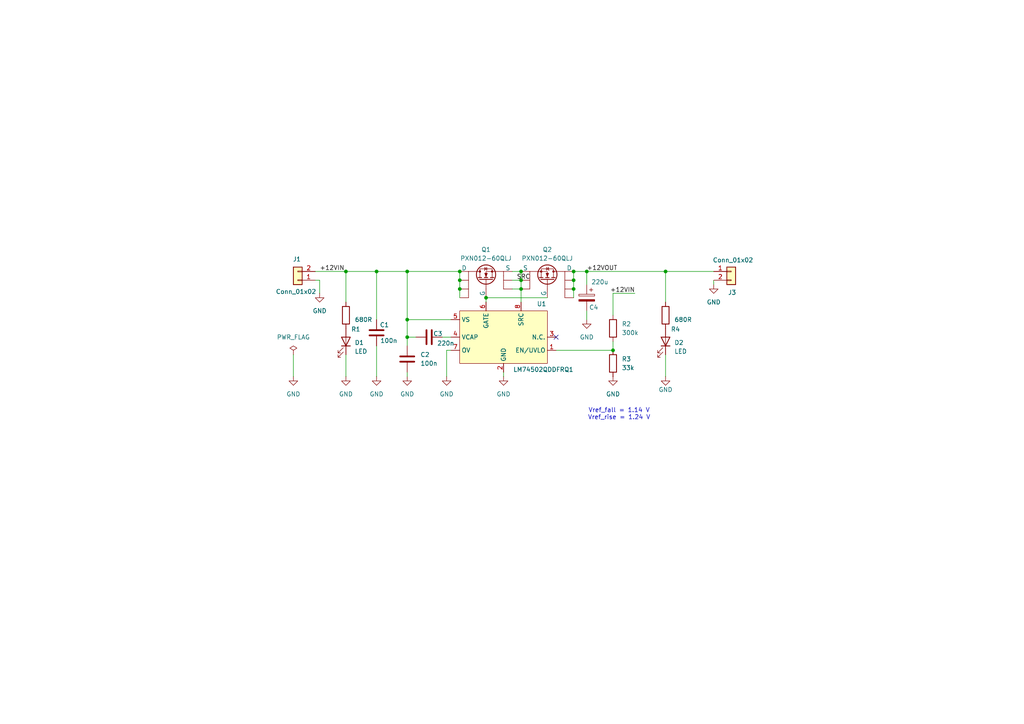
<source format=kicad_sch>
(kicad_sch
	(version 20250114)
	(generator "eeschema")
	(generator_version "9.0")
	(uuid "26f44905-2cdf-4c38-8bf2-976cbee5359a")
	(paper "A4")
	(lib_symbols
		(symbol "Connector_Generic:Conn_01x02"
			(pin_names
				(offset 1.016)
				(hide yes)
			)
			(exclude_from_sim no)
			(in_bom yes)
			(on_board yes)
			(property "Reference" "J"
				(at 0 2.54 0)
				(effects
					(font
						(size 1.27 1.27)
					)
				)
			)
			(property "Value" "Conn_01x02"
				(at 0 -5.08 0)
				(effects
					(font
						(size 1.27 1.27)
					)
				)
			)
			(property "Footprint" ""
				(at 0 0 0)
				(effects
					(font
						(size 1.27 1.27)
					)
					(hide yes)
				)
			)
			(property "Datasheet" "~"
				(at 0 0 0)
				(effects
					(font
						(size 1.27 1.27)
					)
					(hide yes)
				)
			)
			(property "Description" "Generic connector, single row, 01x02, script generated (kicad-library-utils/schlib/autogen/connector/)"
				(at 0 0 0)
				(effects
					(font
						(size 1.27 1.27)
					)
					(hide yes)
				)
			)
			(property "ki_keywords" "connector"
				(at 0 0 0)
				(effects
					(font
						(size 1.27 1.27)
					)
					(hide yes)
				)
			)
			(property "ki_fp_filters" "Connector*:*_1x??_*"
				(at 0 0 0)
				(effects
					(font
						(size 1.27 1.27)
					)
					(hide yes)
				)
			)
			(symbol "Conn_01x02_1_1"
				(rectangle
					(start -1.27 1.27)
					(end 1.27 -3.81)
					(stroke
						(width 0.254)
						(type default)
					)
					(fill
						(type background)
					)
				)
				(rectangle
					(start -1.27 0.127)
					(end 0 -0.127)
					(stroke
						(width 0.1524)
						(type default)
					)
					(fill
						(type none)
					)
				)
				(rectangle
					(start -1.27 -2.413)
					(end 0 -2.667)
					(stroke
						(width 0.1524)
						(type default)
					)
					(fill
						(type none)
					)
				)
				(pin passive line
					(at -5.08 0 0)
					(length 3.81)
					(name "Pin_1"
						(effects
							(font
								(size 1.27 1.27)
							)
						)
					)
					(number "1"
						(effects
							(font
								(size 1.27 1.27)
							)
						)
					)
				)
				(pin passive line
					(at -5.08 -2.54 0)
					(length 3.81)
					(name "Pin_2"
						(effects
							(font
								(size 1.27 1.27)
							)
						)
					)
					(number "2"
						(effects
							(font
								(size 1.27 1.27)
							)
						)
					)
				)
			)
			(embedded_fonts no)
		)
		(symbol "Device:C"
			(pin_numbers
				(hide yes)
			)
			(pin_names
				(offset 0.254)
			)
			(exclude_from_sim no)
			(in_bom yes)
			(on_board yes)
			(property "Reference" "C"
				(at 0.635 2.54 0)
				(effects
					(font
						(size 1.27 1.27)
					)
					(justify left)
				)
			)
			(property "Value" "C"
				(at 0.635 -2.54 0)
				(effects
					(font
						(size 1.27 1.27)
					)
					(justify left)
				)
			)
			(property "Footprint" ""
				(at 0.9652 -3.81 0)
				(effects
					(font
						(size 1.27 1.27)
					)
					(hide yes)
				)
			)
			(property "Datasheet" "~"
				(at 0 0 0)
				(effects
					(font
						(size 1.27 1.27)
					)
					(hide yes)
				)
			)
			(property "Description" "Unpolarized capacitor"
				(at 0 0 0)
				(effects
					(font
						(size 1.27 1.27)
					)
					(hide yes)
				)
			)
			(property "ki_keywords" "cap capacitor"
				(at 0 0 0)
				(effects
					(font
						(size 1.27 1.27)
					)
					(hide yes)
				)
			)
			(property "ki_fp_filters" "C_*"
				(at 0 0 0)
				(effects
					(font
						(size 1.27 1.27)
					)
					(hide yes)
				)
			)
			(symbol "C_0_1"
				(polyline
					(pts
						(xy -2.032 0.762) (xy 2.032 0.762)
					)
					(stroke
						(width 0.508)
						(type default)
					)
					(fill
						(type none)
					)
				)
				(polyline
					(pts
						(xy -2.032 -0.762) (xy 2.032 -0.762)
					)
					(stroke
						(width 0.508)
						(type default)
					)
					(fill
						(type none)
					)
				)
			)
			(symbol "C_1_1"
				(pin passive line
					(at 0 3.81 270)
					(length 2.794)
					(name "~"
						(effects
							(font
								(size 1.27 1.27)
							)
						)
					)
					(number "1"
						(effects
							(font
								(size 1.27 1.27)
							)
						)
					)
				)
				(pin passive line
					(at 0 -3.81 90)
					(length 2.794)
					(name "~"
						(effects
							(font
								(size 1.27 1.27)
							)
						)
					)
					(number "2"
						(effects
							(font
								(size 1.27 1.27)
							)
						)
					)
				)
			)
			(embedded_fonts no)
		)
		(symbol "Device:C_Polarized"
			(pin_numbers
				(hide yes)
			)
			(pin_names
				(offset 0.254)
			)
			(exclude_from_sim no)
			(in_bom yes)
			(on_board yes)
			(property "Reference" "C"
				(at 0.635 2.54 0)
				(effects
					(font
						(size 1.27 1.27)
					)
					(justify left)
				)
			)
			(property "Value" "C_Polarized"
				(at 0.635 -2.54 0)
				(effects
					(font
						(size 1.27 1.27)
					)
					(justify left)
				)
			)
			(property "Footprint" ""
				(at 0.9652 -3.81 0)
				(effects
					(font
						(size 1.27 1.27)
					)
					(hide yes)
				)
			)
			(property "Datasheet" "~"
				(at 0 0 0)
				(effects
					(font
						(size 1.27 1.27)
					)
					(hide yes)
				)
			)
			(property "Description" "Polarized capacitor"
				(at 0 0 0)
				(effects
					(font
						(size 1.27 1.27)
					)
					(hide yes)
				)
			)
			(property "ki_keywords" "cap capacitor"
				(at 0 0 0)
				(effects
					(font
						(size 1.27 1.27)
					)
					(hide yes)
				)
			)
			(property "ki_fp_filters" "CP_*"
				(at 0 0 0)
				(effects
					(font
						(size 1.27 1.27)
					)
					(hide yes)
				)
			)
			(symbol "C_Polarized_0_1"
				(rectangle
					(start -2.286 0.508)
					(end 2.286 1.016)
					(stroke
						(width 0)
						(type default)
					)
					(fill
						(type none)
					)
				)
				(polyline
					(pts
						(xy -1.778 2.286) (xy -0.762 2.286)
					)
					(stroke
						(width 0)
						(type default)
					)
					(fill
						(type none)
					)
				)
				(polyline
					(pts
						(xy -1.27 2.794) (xy -1.27 1.778)
					)
					(stroke
						(width 0)
						(type default)
					)
					(fill
						(type none)
					)
				)
				(rectangle
					(start 2.286 -0.508)
					(end -2.286 -1.016)
					(stroke
						(width 0)
						(type default)
					)
					(fill
						(type outline)
					)
				)
			)
			(symbol "C_Polarized_1_1"
				(pin passive line
					(at 0 3.81 270)
					(length 2.794)
					(name "~"
						(effects
							(font
								(size 1.27 1.27)
							)
						)
					)
					(number "1"
						(effects
							(font
								(size 1.27 1.27)
							)
						)
					)
				)
				(pin passive line
					(at 0 -3.81 90)
					(length 2.794)
					(name "~"
						(effects
							(font
								(size 1.27 1.27)
							)
						)
					)
					(number "2"
						(effects
							(font
								(size 1.27 1.27)
							)
						)
					)
				)
			)
			(embedded_fonts no)
		)
		(symbol "Device:LED"
			(pin_numbers
				(hide yes)
			)
			(pin_names
				(offset 1.016)
				(hide yes)
			)
			(exclude_from_sim no)
			(in_bom yes)
			(on_board yes)
			(property "Reference" "D"
				(at 0 2.54 0)
				(effects
					(font
						(size 1.27 1.27)
					)
				)
			)
			(property "Value" "LED"
				(at 0 -2.54 0)
				(effects
					(font
						(size 1.27 1.27)
					)
				)
			)
			(property "Footprint" ""
				(at 0 0 0)
				(effects
					(font
						(size 1.27 1.27)
					)
					(hide yes)
				)
			)
			(property "Datasheet" "~"
				(at 0 0 0)
				(effects
					(font
						(size 1.27 1.27)
					)
					(hide yes)
				)
			)
			(property "Description" "Light emitting diode"
				(at 0 0 0)
				(effects
					(font
						(size 1.27 1.27)
					)
					(hide yes)
				)
			)
			(property "Sim.Pins" "1=K 2=A"
				(at 0 0 0)
				(effects
					(font
						(size 1.27 1.27)
					)
					(hide yes)
				)
			)
			(property "ki_keywords" "LED diode"
				(at 0 0 0)
				(effects
					(font
						(size 1.27 1.27)
					)
					(hide yes)
				)
			)
			(property "ki_fp_filters" "LED* LED_SMD:* LED_THT:*"
				(at 0 0 0)
				(effects
					(font
						(size 1.27 1.27)
					)
					(hide yes)
				)
			)
			(symbol "LED_0_1"
				(polyline
					(pts
						(xy -3.048 -0.762) (xy -4.572 -2.286) (xy -3.81 -2.286) (xy -4.572 -2.286) (xy -4.572 -1.524)
					)
					(stroke
						(width 0)
						(type default)
					)
					(fill
						(type none)
					)
				)
				(polyline
					(pts
						(xy -1.778 -0.762) (xy -3.302 -2.286) (xy -2.54 -2.286) (xy -3.302 -2.286) (xy -3.302 -1.524)
					)
					(stroke
						(width 0)
						(type default)
					)
					(fill
						(type none)
					)
				)
				(polyline
					(pts
						(xy -1.27 0) (xy 1.27 0)
					)
					(stroke
						(width 0)
						(type default)
					)
					(fill
						(type none)
					)
				)
				(polyline
					(pts
						(xy -1.27 -1.27) (xy -1.27 1.27)
					)
					(stroke
						(width 0.254)
						(type default)
					)
					(fill
						(type none)
					)
				)
				(polyline
					(pts
						(xy 1.27 -1.27) (xy 1.27 1.27) (xy -1.27 0) (xy 1.27 -1.27)
					)
					(stroke
						(width 0.254)
						(type default)
					)
					(fill
						(type none)
					)
				)
			)
			(symbol "LED_1_1"
				(pin passive line
					(at -3.81 0 0)
					(length 2.54)
					(name "K"
						(effects
							(font
								(size 1.27 1.27)
							)
						)
					)
					(number "1"
						(effects
							(font
								(size 1.27 1.27)
							)
						)
					)
				)
				(pin passive line
					(at 3.81 0 180)
					(length 2.54)
					(name "A"
						(effects
							(font
								(size 1.27 1.27)
							)
						)
					)
					(number "2"
						(effects
							(font
								(size 1.27 1.27)
							)
						)
					)
				)
			)
			(embedded_fonts no)
		)
		(symbol "Device:R"
			(pin_numbers
				(hide yes)
			)
			(pin_names
				(offset 0)
			)
			(exclude_from_sim no)
			(in_bom yes)
			(on_board yes)
			(property "Reference" "R"
				(at 2.032 0 90)
				(effects
					(font
						(size 1.27 1.27)
					)
				)
			)
			(property "Value" "R"
				(at 0 0 90)
				(effects
					(font
						(size 1.27 1.27)
					)
				)
			)
			(property "Footprint" ""
				(at -1.778 0 90)
				(effects
					(font
						(size 1.27 1.27)
					)
					(hide yes)
				)
			)
			(property "Datasheet" "~"
				(at 0 0 0)
				(effects
					(font
						(size 1.27 1.27)
					)
					(hide yes)
				)
			)
			(property "Description" "Resistor"
				(at 0 0 0)
				(effects
					(font
						(size 1.27 1.27)
					)
					(hide yes)
				)
			)
			(property "ki_keywords" "R res resistor"
				(at 0 0 0)
				(effects
					(font
						(size 1.27 1.27)
					)
					(hide yes)
				)
			)
			(property "ki_fp_filters" "R_*"
				(at 0 0 0)
				(effects
					(font
						(size 1.27 1.27)
					)
					(hide yes)
				)
			)
			(symbol "R_0_1"
				(rectangle
					(start -1.016 -2.54)
					(end 1.016 2.54)
					(stroke
						(width 0.254)
						(type default)
					)
					(fill
						(type none)
					)
				)
			)
			(symbol "R_1_1"
				(pin passive line
					(at 0 3.81 270)
					(length 1.27)
					(name "~"
						(effects
							(font
								(size 1.27 1.27)
							)
						)
					)
					(number "1"
						(effects
							(font
								(size 1.27 1.27)
							)
						)
					)
				)
				(pin passive line
					(at 0 -3.81 90)
					(length 1.27)
					(name "~"
						(effects
							(font
								(size 1.27 1.27)
							)
						)
					)
					(number "2"
						(effects
							(font
								(size 1.27 1.27)
							)
						)
					)
				)
			)
			(embedded_fonts no)
		)
		(symbol "LM74502QDDFRQ1:LM74502QDDFRQ1"
			(exclude_from_sim no)
			(in_bom yes)
			(on_board yes)
			(property "Reference" "U?"
				(at 12.192 8.636 0)
				(effects
					(font
						(size 1.27 1.27)
					)
				)
			)
			(property "Value" "LM74502QDDFRQ1"
				(at 10.668 -9.652 0)
				(effects
					(font
						(size 1.27 1.27)
					)
				)
			)
			(property "Footprint" "Package_TO_SOT_SMD:SOT-23-8"
				(at 0 0 0)
				(effects
					(font
						(size 1.27 1.27)
					)
					(hide yes)
				)
			)
			(property "Datasheet" "https://www.ti.com/lit/ds/symlink/lm74502-q1.pdf?ts=1744874624528&ref_url=https%253A%252F%252Feu.mouser.com%252F"
				(at 0 0 0)
				(effects
					(font
						(size 1.27 1.27)
					)
					(hide yes)
				)
			)
			(property "Description" "595-LM74502QDDFRQ1"
				(at 0 0 0)
				(effects
					(font
						(size 1.27 1.27)
					)
					(hide yes)
				)
			)
			(symbol "LM74502QDDFRQ1_1_0"
				(pin passive line
					(at -15.24 5.08 0)
					(length 2.54)
					(name "VS"
						(effects
							(font
								(size 1.27 1.27)
							)
						)
					)
					(number "5"
						(effects
							(font
								(size 1.27 1.27)
							)
						)
					)
				)
				(pin passive line
					(at -15.24 0 0)
					(length 2.54)
					(name "VCAP"
						(effects
							(font
								(size 1.27 1.27)
							)
						)
					)
					(number "4"
						(effects
							(font
								(size 1.27 1.27)
							)
						)
					)
				)
				(pin passive line
					(at -15.24 -3.81 0)
					(length 2.54)
					(name "OV"
						(effects
							(font
								(size 1.27 1.27)
							)
						)
					)
					(number "7"
						(effects
							(font
								(size 1.27 1.27)
							)
						)
					)
				)
				(pin passive line
					(at 0 -10.16 90)
					(length 2.54)
					(name "GND"
						(effects
							(font
								(size 1.27 1.27)
							)
						)
					)
					(number "2"
						(effects
							(font
								(size 1.27 1.27)
							)
						)
					)
				)
				(pin passive line
					(at 5.08 10.16 270)
					(length 2.54)
					(name "SRC"
						(effects
							(font
								(size 1.27 1.27)
							)
						)
					)
					(number "8"
						(effects
							(font
								(size 1.27 1.27)
							)
						)
					)
				)
				(pin passive line
					(at 15.24 0 180)
					(length 2.54)
					(name "N.C."
						(effects
							(font
								(size 1.27 1.27)
							)
						)
					)
					(number "3"
						(effects
							(font
								(size 1.27 1.27)
							)
						)
					)
				)
				(pin passive line
					(at 15.24 -3.81 180)
					(length 2.54)
					(name "EN/UVLO"
						(effects
							(font
								(size 1.27 1.27)
							)
						)
					)
					(number "1"
						(effects
							(font
								(size 1.27 1.27)
							)
						)
					)
				)
			)
			(symbol "LM74502QDDFRQ1_1_1"
				(rectangle
					(start -12.7 7.62)
					(end 12.7 -7.62)
					(stroke
						(width 0)
						(type solid)
					)
					(fill
						(type background)
					)
				)
				(pin passive line
					(at -5.08 10.16 270)
					(length 2.54)
					(name "GATE"
						(effects
							(font
								(size 1.27 1.27)
							)
						)
					)
					(number "6"
						(effects
							(font
								(size 1.27 1.27)
							)
						)
					)
				)
			)
			(embedded_fonts no)
		)
		(symbol "NMOS_1"
			(pin_numbers
				(hide yes)
			)
			(pin_names
				(offset 0)
			)
			(exclude_from_sim no)
			(in_bom yes)
			(on_board yes)
			(property "Reference" "Q1"
				(at 6.35 0 90)
				(effects
					(font
						(face "KiCad Font")
						(size 1.27 1.27)
					)
				)
			)
			(property "Value" "PXN012-60QLJ"
				(at 3.81 0 90)
				(effects
					(font
						(face "KiCad Font")
						(size 1.27 1.27)
					)
				)
			)
			(property "Footprint" "PXN012-60QLJ:PXN01260QLJ"
				(at 5.08 2.54 0)
				(effects
					(font
						(size 1.27 1.27)
					)
					(hide yes)
				)
			)
			(property "Datasheet" "https://assets.nexperia.com/documents/data-sheet/PXN012-60QL.pdf"
				(at 0 -12.7 0)
				(effects
					(font
						(size 1.27 1.27)
					)
					(hide yes)
				)
			)
			(property "Description" "771-PXN012-60QLJ"
				(at 0 0 0)
				(effects
					(font
						(size 1.27 1.27)
					)
					(hide yes)
				)
			)
			(property "Sim.Device" "NMOS"
				(at 0 -17.145 0)
				(effects
					(font
						(size 1.27 1.27)
					)
					(hide yes)
				)
			)
			(property "Sim.Type" "VDMOS"
				(at 0 -19.05 0)
				(effects
					(font
						(size 1.27 1.27)
					)
					(hide yes)
				)
			)
			(property "Sim.Pins" "1=D 2=G 3=S"
				(at 0 -15.24 0)
				(effects
					(font
						(size 1.27 1.27)
					)
					(hide yes)
				)
			)
			(property "ki_keywords" "transistor NMOS N-MOS N-MOSFET simulation"
				(at 0 0 0)
				(effects
					(font
						(size 1.27 1.27)
					)
					(hide yes)
				)
			)
			(symbol "NMOS_1_0_1"
				(polyline
					(pts
						(xy -2.286 1.905) (xy -2.286 -1.905)
					)
					(stroke
						(width 0.254)
						(type default)
					)
					(fill
						(type none)
					)
				)
				(polyline
					(pts
						(xy -2.286 0) (xy -5.08 0)
					)
					(stroke
						(width 0)
						(type default)
					)
					(fill
						(type none)
					)
				)
				(polyline
					(pts
						(xy -1.778 2.286) (xy -1.778 1.27)
					)
					(stroke
						(width 0.254)
						(type default)
					)
					(fill
						(type none)
					)
				)
				(polyline
					(pts
						(xy -1.778 0.508) (xy -1.778 -0.508)
					)
					(stroke
						(width 0.254)
						(type default)
					)
					(fill
						(type none)
					)
				)
				(polyline
					(pts
						(xy -1.778 -1.27) (xy -1.778 -2.286)
					)
					(stroke
						(width 0.254)
						(type default)
					)
					(fill
						(type none)
					)
				)
				(polyline
					(pts
						(xy -1.778 -1.778) (xy 0.762 -1.778) (xy 0.762 1.778) (xy -1.778 1.778)
					)
					(stroke
						(width 0)
						(type default)
					)
					(fill
						(type none)
					)
				)
				(polyline
					(pts
						(xy -1.524 0) (xy -0.508 0.381) (xy -0.508 -0.381) (xy -1.524 0)
					)
					(stroke
						(width 0)
						(type default)
					)
					(fill
						(type outline)
					)
				)
				(polyline
					(pts
						(xy -1.27 -5.08) (xy -5.08 -5.08)
					)
					(stroke
						(width 0)
						(type default)
					)
					(fill
						(type none)
					)
				)
				(polyline
					(pts
						(xy -1.27 -5.08) (xy 0 -5.08)
					)
					(stroke
						(width 0)
						(type default)
					)
					(fill
						(type none)
					)
				)
				(circle
					(center -0.889 0)
					(radius 2.794)
					(stroke
						(width 0.254)
						(type default)
					)
					(fill
						(type none)
					)
				)
				(polyline
					(pts
						(xy 0 5.08) (xy -7.62 5.08)
					)
					(stroke
						(width 0)
						(type default)
					)
					(fill
						(type none)
					)
				)
				(polyline
					(pts
						(xy 0 2.54) (xy 0 5.08)
					)
					(stroke
						(width 0)
						(type default)
					)
					(fill
						(type none)
					)
				)
				(polyline
					(pts
						(xy 0 2.54) (xy 0 1.778)
					)
					(stroke
						(width 0)
						(type default)
					)
					(fill
						(type none)
					)
				)
				(circle
					(center 0 1.778)
					(radius 0.254)
					(stroke
						(width 0)
						(type default)
					)
					(fill
						(type outline)
					)
				)
				(circle
					(center 0 -1.778)
					(radius 0.254)
					(stroke
						(width 0)
						(type default)
					)
					(fill
						(type outline)
					)
				)
				(polyline
					(pts
						(xy 0 -2.54) (xy 0 -5.08)
					)
					(stroke
						(width 0)
						(type default)
					)
					(fill
						(type none)
					)
				)
				(polyline
					(pts
						(xy 0 -2.54) (xy 0 0) (xy -1.778 0)
					)
					(stroke
						(width 0)
						(type default)
					)
					(fill
						(type none)
					)
				)
				(polyline
					(pts
						(xy 0.254 0.508) (xy 0.381 0.381) (xy 1.143 0.381) (xy 1.27 0.254)
					)
					(stroke
						(width 0)
						(type default)
					)
					(fill
						(type none)
					)
				)
				(polyline
					(pts
						(xy 0.762 0.381) (xy 0.381 -0.254) (xy 1.143 -0.254) (xy 0.762 0.381)
					)
					(stroke
						(width 0)
						(type default)
					)
					(fill
						(type none)
					)
				)
			)
			(symbol "NMOS_1_1_1"
				(pin input line
					(at -7.62 7.62 270)
					(length 2.54)
					(name ""
						(effects
							(font
								(size 1.27 1.27)
							)
						)
					)
					(number "8"
						(effects
							(font
								(size 1.27 1.27)
							)
						)
					)
				)
				(pin input line
					(at -7.62 0 0)
					(length 2.54)
					(name "G"
						(effects
							(font
								(size 1.27 1.27)
							)
						)
					)
					(number "4"
						(effects
							(font
								(size 1.27 1.27)
							)
						)
					)
				)
				(pin input line
					(at -5.08 7.62 270)
					(length 2.54)
					(name ""
						(effects
							(font
								(size 1.27 1.27)
							)
						)
					)
					(number "7"
						(effects
							(font
								(size 1.27 1.27)
							)
						)
					)
				)
				(pin input line
					(at -5.08 -7.62 90)
					(length 2.54)
					(name ""
						(effects
							(font
								(size 1.27 1.27)
							)
						)
					)
					(number "1"
						(effects
							(font
								(size 1.27 1.27)
							)
						)
					)
				)
				(pin input line
					(at -2.54 7.62 270)
					(length 2.54)
					(name ""
						(effects
							(font
								(size 1.27 1.27)
							)
						)
					)
					(number "6"
						(effects
							(font
								(size 1.27 1.27)
							)
						)
					)
				)
				(pin input line
					(at -2.54 -7.62 90)
					(length 2.54)
					(name ""
						(effects
							(font
								(size 1.27 1.27)
							)
						)
					)
					(number "2"
						(effects
							(font
								(size 1.27 1.27)
							)
						)
					)
				)
				(pin input line
					(at 0 7.62 270)
					(length 2.54)
					(name "D"
						(effects
							(font
								(size 1.27 1.27)
							)
						)
					)
					(number "5"
						(effects
							(font
								(size 1.27 1.27)
							)
						)
					)
				)
				(pin input line
					(at 0 -7.62 90)
					(length 2.54)
					(name "S"
						(effects
							(font
								(size 1.27 1.27)
							)
						)
					)
					(number "3"
						(effects
							(font
								(size 1.27 1.27)
							)
						)
					)
				)
			)
			(embedded_fonts no)
		)
		(symbol "NMOS_2"
			(pin_numbers
				(hide yes)
			)
			(pin_names
				(offset 0)
			)
			(exclude_from_sim no)
			(in_bom yes)
			(on_board yes)
			(property "Reference" "Q1"
				(at 6.35 0 90)
				(effects
					(font
						(face "KiCad Font")
						(size 1.27 1.27)
					)
				)
			)
			(property "Value" "PXN012-60QLJ"
				(at 3.81 0 90)
				(effects
					(font
						(face "KiCad Font")
						(size 1.27 1.27)
					)
				)
			)
			(property "Footprint" "PXN012-60QLJ:PXN01260QLJ"
				(at 5.08 2.54 0)
				(effects
					(font
						(size 1.27 1.27)
					)
					(hide yes)
				)
			)
			(property "Datasheet" "https://assets.nexperia.com/documents/data-sheet/PXN012-60QL.pdf"
				(at 0 -12.7 0)
				(effects
					(font
						(size 1.27 1.27)
					)
					(hide yes)
				)
			)
			(property "Description" "771-PXN012-60QLJ"
				(at 0 0 0)
				(effects
					(font
						(size 1.27 1.27)
					)
					(hide yes)
				)
			)
			(property "Sim.Device" "NMOS"
				(at 0 -17.145 0)
				(effects
					(font
						(size 1.27 1.27)
					)
					(hide yes)
				)
			)
			(property "Sim.Type" "VDMOS"
				(at 0 -19.05 0)
				(effects
					(font
						(size 1.27 1.27)
					)
					(hide yes)
				)
			)
			(property "Sim.Pins" "1=D 2=G 3=S"
				(at 0 -15.24 0)
				(effects
					(font
						(size 1.27 1.27)
					)
					(hide yes)
				)
			)
			(property "ki_keywords" "transistor NMOS N-MOS N-MOSFET simulation"
				(at 0 0 0)
				(effects
					(font
						(size 1.27 1.27)
					)
					(hide yes)
				)
			)
			(symbol "NMOS_2_0_1"
				(polyline
					(pts
						(xy -2.286 1.905) (xy -2.286 -1.905)
					)
					(stroke
						(width 0.254)
						(type default)
					)
					(fill
						(type none)
					)
				)
				(polyline
					(pts
						(xy -2.286 0) (xy -5.08 0)
					)
					(stroke
						(width 0)
						(type default)
					)
					(fill
						(type none)
					)
				)
				(polyline
					(pts
						(xy -1.778 2.286) (xy -1.778 1.27)
					)
					(stroke
						(width 0.254)
						(type default)
					)
					(fill
						(type none)
					)
				)
				(polyline
					(pts
						(xy -1.778 0.508) (xy -1.778 -0.508)
					)
					(stroke
						(width 0.254)
						(type default)
					)
					(fill
						(type none)
					)
				)
				(polyline
					(pts
						(xy -1.778 -1.27) (xy -1.778 -2.286)
					)
					(stroke
						(width 0.254)
						(type default)
					)
					(fill
						(type none)
					)
				)
				(polyline
					(pts
						(xy -1.778 -1.778) (xy 0.762 -1.778) (xy 0.762 1.778) (xy -1.778 1.778)
					)
					(stroke
						(width 0)
						(type default)
					)
					(fill
						(type none)
					)
				)
				(polyline
					(pts
						(xy -1.524 0) (xy -0.508 0.381) (xy -0.508 -0.381) (xy -1.524 0)
					)
					(stroke
						(width 0)
						(type default)
					)
					(fill
						(type outline)
					)
				)
				(polyline
					(pts
						(xy -1.27 -5.08) (xy -5.08 -5.08)
					)
					(stroke
						(width 0)
						(type default)
					)
					(fill
						(type none)
					)
				)
				(polyline
					(pts
						(xy -1.27 -5.08) (xy 0 -5.08)
					)
					(stroke
						(width 0)
						(type default)
					)
					(fill
						(type none)
					)
				)
				(circle
					(center -0.889 0)
					(radius 2.794)
					(stroke
						(width 0.254)
						(type default)
					)
					(fill
						(type none)
					)
				)
				(polyline
					(pts
						(xy 0 5.08) (xy -7.62 5.08)
					)
					(stroke
						(width 0)
						(type default)
					)
					(fill
						(type none)
					)
				)
				(polyline
					(pts
						(xy 0 2.54) (xy 0 5.08)
					)
					(stroke
						(width 0)
						(type default)
					)
					(fill
						(type none)
					)
				)
				(polyline
					(pts
						(xy 0 2.54) (xy 0 1.778)
					)
					(stroke
						(width 0)
						(type default)
					)
					(fill
						(type none)
					)
				)
				(circle
					(center 0 1.778)
					(radius 0.254)
					(stroke
						(width 0)
						(type default)
					)
					(fill
						(type outline)
					)
				)
				(circle
					(center 0 -1.778)
					(radius 0.254)
					(stroke
						(width 0)
						(type default)
					)
					(fill
						(type outline)
					)
				)
				(polyline
					(pts
						(xy 0 -2.54) (xy 0 -5.08)
					)
					(stroke
						(width 0)
						(type default)
					)
					(fill
						(type none)
					)
				)
				(polyline
					(pts
						(xy 0 -2.54) (xy 0 0) (xy -1.778 0)
					)
					(stroke
						(width 0)
						(type default)
					)
					(fill
						(type none)
					)
				)
				(polyline
					(pts
						(xy 0.254 0.508) (xy 0.381 0.381) (xy 1.143 0.381) (xy 1.27 0.254)
					)
					(stroke
						(width 0)
						(type default)
					)
					(fill
						(type none)
					)
				)
				(polyline
					(pts
						(xy 0.762 0.381) (xy 0.381 -0.254) (xy 1.143 -0.254) (xy 0.762 0.381)
					)
					(stroke
						(width 0)
						(type default)
					)
					(fill
						(type none)
					)
				)
			)
			(symbol "NMOS_2_1_1"
				(pin passive line
					(at -7.62 7.62 270)
					(length 2.54)
					(name ""
						(effects
							(font
								(size 1.27 1.27)
							)
						)
					)
					(number "8"
						(effects
							(font
								(size 1.27 1.27)
							)
						)
					)
				)
				(pin input line
					(at -7.62 0 0)
					(length 2.54)
					(name "G"
						(effects
							(font
								(size 1.27 1.27)
							)
						)
					)
					(number "4"
						(effects
							(font
								(size 1.27 1.27)
							)
						)
					)
				)
				(pin passive line
					(at -5.08 7.62 270)
					(length 2.54)
					(name ""
						(effects
							(font
								(size 1.27 1.27)
							)
						)
					)
					(number "7"
						(effects
							(font
								(size 1.27 1.27)
							)
						)
					)
				)
				(pin passive line
					(at -5.08 -7.62 90)
					(length 2.54)
					(name ""
						(effects
							(font
								(size 1.27 1.27)
							)
						)
					)
					(number "1"
						(effects
							(font
								(size 1.27 1.27)
							)
						)
					)
				)
				(pin passive line
					(at -2.54 7.62 270)
					(length 2.54)
					(name ""
						(effects
							(font
								(size 1.27 1.27)
							)
						)
					)
					(number "6"
						(effects
							(font
								(size 1.27 1.27)
							)
						)
					)
				)
				(pin passive line
					(at -2.54 -7.62 90)
					(length 2.54)
					(name ""
						(effects
							(font
								(size 1.27 1.27)
							)
						)
					)
					(number "2"
						(effects
							(font
								(size 1.27 1.27)
							)
						)
					)
				)
				(pin passive line
					(at 0 7.62 270)
					(length 2.54)
					(name "D"
						(effects
							(font
								(size 1.27 1.27)
							)
						)
					)
					(number "5"
						(effects
							(font
								(size 1.27 1.27)
							)
						)
					)
				)
				(pin passive line
					(at 0 -7.62 90)
					(length 2.54)
					(name "S"
						(effects
							(font
								(size 1.27 1.27)
							)
						)
					)
					(number "3"
						(effects
							(font
								(size 1.27 1.27)
							)
						)
					)
				)
			)
			(embedded_fonts no)
		)
		(symbol "power:GND"
			(power)
			(pin_numbers
				(hide yes)
			)
			(pin_names
				(offset 0)
				(hide yes)
			)
			(exclude_from_sim no)
			(in_bom yes)
			(on_board yes)
			(property "Reference" "#PWR"
				(at 0 -6.35 0)
				(effects
					(font
						(size 1.27 1.27)
					)
					(hide yes)
				)
			)
			(property "Value" "GND"
				(at 0 -3.81 0)
				(effects
					(font
						(size 1.27 1.27)
					)
				)
			)
			(property "Footprint" ""
				(at 0 0 0)
				(effects
					(font
						(size 1.27 1.27)
					)
					(hide yes)
				)
			)
			(property "Datasheet" ""
				(at 0 0 0)
				(effects
					(font
						(size 1.27 1.27)
					)
					(hide yes)
				)
			)
			(property "Description" "Power symbol creates a global label with name \"GND\" , ground"
				(at 0 0 0)
				(effects
					(font
						(size 1.27 1.27)
					)
					(hide yes)
				)
			)
			(property "ki_keywords" "global power"
				(at 0 0 0)
				(effects
					(font
						(size 1.27 1.27)
					)
					(hide yes)
				)
			)
			(symbol "GND_0_1"
				(polyline
					(pts
						(xy 0 0) (xy 0 -1.27) (xy 1.27 -1.27) (xy 0 -2.54) (xy -1.27 -1.27) (xy 0 -1.27)
					)
					(stroke
						(width 0)
						(type default)
					)
					(fill
						(type none)
					)
				)
			)
			(symbol "GND_1_1"
				(pin power_in line
					(at 0 0 270)
					(length 0)
					(name "~"
						(effects
							(font
								(size 1.27 1.27)
							)
						)
					)
					(number "1"
						(effects
							(font
								(size 1.27 1.27)
							)
						)
					)
				)
			)
			(embedded_fonts no)
		)
		(symbol "power:PWR_FLAG"
			(power)
			(pin_numbers
				(hide yes)
			)
			(pin_names
				(offset 0)
				(hide yes)
			)
			(exclude_from_sim no)
			(in_bom yes)
			(on_board yes)
			(property "Reference" "#FLG"
				(at 0 1.905 0)
				(effects
					(font
						(size 1.27 1.27)
					)
					(hide yes)
				)
			)
			(property "Value" "PWR_FLAG"
				(at 0 3.81 0)
				(effects
					(font
						(size 1.27 1.27)
					)
				)
			)
			(property "Footprint" ""
				(at 0 0 0)
				(effects
					(font
						(size 1.27 1.27)
					)
					(hide yes)
				)
			)
			(property "Datasheet" "~"
				(at 0 0 0)
				(effects
					(font
						(size 1.27 1.27)
					)
					(hide yes)
				)
			)
			(property "Description" "Special symbol for telling ERC where power comes from"
				(at 0 0 0)
				(effects
					(font
						(size 1.27 1.27)
					)
					(hide yes)
				)
			)
			(property "ki_keywords" "flag power"
				(at 0 0 0)
				(effects
					(font
						(size 1.27 1.27)
					)
					(hide yes)
				)
			)
			(symbol "PWR_FLAG_0_0"
				(pin power_out line
					(at 0 0 90)
					(length 0)
					(name "~"
						(effects
							(font
								(size 1.27 1.27)
							)
						)
					)
					(number "1"
						(effects
							(font
								(size 1.27 1.27)
							)
						)
					)
				)
			)
			(symbol "PWR_FLAG_0_1"
				(polyline
					(pts
						(xy 0 0) (xy 0 1.27) (xy -1.016 1.905) (xy 0 2.54) (xy 1.016 1.905) (xy 0 1.27)
					)
					(stroke
						(width 0)
						(type default)
					)
					(fill
						(type none)
					)
				)
			)
			(embedded_fonts no)
		)
	)
	(text "Vref_fall = 1.14 V\nVref_rise = 1.24 V"
		(exclude_from_sim no)
		(at 179.578 120.142 0)
		(effects
			(font
				(size 1.27 1.27)
			)
		)
		(uuid "39fa217e-3c00-44bd-96f2-e3ffed3b600b")
	)
	(junction
		(at 166.37 78.74)
		(diameter 0)
		(color 0 0 0 0)
		(uuid "063ebf1e-aded-4c4a-90f0-b1e7d442164b")
	)
	(junction
		(at 118.11 92.71)
		(diameter 0)
		(color 0 0 0 0)
		(uuid "0674d93e-f4ac-4cdc-ba60-7a8e79180ea1")
	)
	(junction
		(at 151.13 83.82)
		(diameter 0)
		(color 0 0 0 0)
		(uuid "181943f7-8e7d-4de6-bd54-896fbf590486")
	)
	(junction
		(at 170.18 78.74)
		(diameter 0)
		(color 0 0 0 0)
		(uuid "1a3d504a-2e0f-4a59-adf0-e33a9e9c0f31")
	)
	(junction
		(at 109.22 78.74)
		(diameter 0)
		(color 0 0 0 0)
		(uuid "26efa72f-8ad2-45b0-8fb4-c38854f0a484")
	)
	(junction
		(at 166.37 83.82)
		(diameter 0)
		(color 0 0 0 0)
		(uuid "44a2424f-1e70-4de9-84f4-d38953c0f424")
	)
	(junction
		(at 133.35 83.82)
		(diameter 0)
		(color 0 0 0 0)
		(uuid "54f3cc6e-2351-4324-b597-0e25b56aea0e")
	)
	(junction
		(at 133.35 78.74)
		(diameter 0)
		(color 0 0 0 0)
		(uuid "59944309-9219-47f4-a941-e942f608930e")
	)
	(junction
		(at 140.97 86.36)
		(diameter 0)
		(color 0 0 0 0)
		(uuid "793c8ce3-0a44-4743-a9f6-a570a3212ebd")
	)
	(junction
		(at 118.11 97.79)
		(diameter 0)
		(color 0 0 0 0)
		(uuid "82b4fac5-6083-436f-b30c-f203d72b3e3f")
	)
	(junction
		(at 100.33 78.74)
		(diameter 0)
		(color 0 0 0 0)
		(uuid "84e825cf-eea9-4bf3-b517-1d8ea0c22b89")
	)
	(junction
		(at 151.13 78.74)
		(diameter 0)
		(color 0 0 0 0)
		(uuid "891b26e3-e573-4301-bdab-31635202136a")
	)
	(junction
		(at 151.13 81.28)
		(diameter 0)
		(color 0 0 0 0)
		(uuid "a7ef13e1-ac2b-4abf-b17a-f016643cdd19")
	)
	(junction
		(at 193.04 78.74)
		(diameter 0)
		(color 0 0 0 0)
		(uuid "b862ebdf-f928-4637-953e-ce2e48ab8612")
	)
	(junction
		(at 177.8 101.6)
		(diameter 0)
		(color 0 0 0 0)
		(uuid "bfa98c06-b11f-4d77-b3d2-b3ce35b96d5a")
	)
	(junction
		(at 133.35 81.28)
		(diameter 0)
		(color 0 0 0 0)
		(uuid "c2f47785-8d2e-4da2-a71b-65042a1fc549")
	)
	(junction
		(at 118.11 78.74)
		(diameter 0)
		(color 0 0 0 0)
		(uuid "ccd08160-0792-4096-9157-f0e945e9315f")
	)
	(junction
		(at 166.37 81.28)
		(diameter 0)
		(color 0 0 0 0)
		(uuid "dcd70b9b-cfd4-49fc-b5c6-3f5526049284")
	)
	(no_connect
		(at 161.29 97.79)
		(uuid "ed3aea9a-b380-404f-a8d0-458f9212a6a7")
	)
	(wire
		(pts
			(xy 118.11 97.79) (xy 118.11 100.33)
		)
		(stroke
			(width 0)
			(type default)
		)
		(uuid "01be5f6b-bb0e-4f24-b838-64606f2a7205")
	)
	(wire
		(pts
			(xy 184.15 85.09) (xy 177.8 85.09)
		)
		(stroke
			(width 0)
			(type default)
		)
		(uuid "02801374-d833-4b7c-ae27-4bb29412d68f")
	)
	(wire
		(pts
			(xy 170.18 92.71) (xy 170.18 90.17)
		)
		(stroke
			(width 0)
			(type default)
		)
		(uuid "060f5e95-38f5-450f-836f-dc53d0c4136e")
	)
	(wire
		(pts
			(xy 128.27 97.79) (xy 130.81 97.79)
		)
		(stroke
			(width 0)
			(type default)
		)
		(uuid "0699b9b8-fb86-417e-b51f-a6b63cc9e94e")
	)
	(wire
		(pts
			(xy 207.01 81.28) (xy 207.01 82.55)
		)
		(stroke
			(width 0)
			(type default)
		)
		(uuid "096fa73e-58e6-4828-9b95-485f5c9f4e5e")
	)
	(wire
		(pts
			(xy 133.35 83.82) (xy 133.35 86.36)
		)
		(stroke
			(width 0)
			(type default)
		)
		(uuid "0be1d843-7b91-4794-8005-1ed47d95e863")
	)
	(wire
		(pts
			(xy 161.29 101.6) (xy 177.8 101.6)
		)
		(stroke
			(width 0)
			(type default)
		)
		(uuid "1828922c-4e20-43de-8b8e-ce9e54cec822")
	)
	(wire
		(pts
			(xy 170.18 78.74) (xy 170.18 82.55)
		)
		(stroke
			(width 0)
			(type default)
		)
		(uuid "1e90da07-5d5a-4d30-a094-4bfabac934d0")
	)
	(wire
		(pts
			(xy 109.22 78.74) (xy 118.11 78.74)
		)
		(stroke
			(width 0)
			(type default)
		)
		(uuid "22d4cdd1-c1b9-4156-95a5-4aa2dd1fabbb")
	)
	(wire
		(pts
			(xy 129.54 101.6) (xy 130.81 101.6)
		)
		(stroke
			(width 0)
			(type default)
		)
		(uuid "254b9036-3263-480b-bef8-0ad8e1362b2a")
	)
	(wire
		(pts
			(xy 100.33 87.63) (xy 100.33 78.74)
		)
		(stroke
			(width 0)
			(type default)
		)
		(uuid "29855ac5-1fc6-4c6e-8508-034592868fc9")
	)
	(wire
		(pts
			(xy 109.22 92.71) (xy 109.22 78.74)
		)
		(stroke
			(width 0)
			(type default)
		)
		(uuid "2c79b556-18fe-4ad9-92c2-79985601cedb")
	)
	(wire
		(pts
			(xy 118.11 78.74) (xy 118.11 92.71)
		)
		(stroke
			(width 0)
			(type default)
		)
		(uuid "3399165e-8ff7-4002-ae84-eff2d4131ba1")
	)
	(wire
		(pts
			(xy 92.71 81.28) (xy 92.71 85.09)
		)
		(stroke
			(width 0)
			(type default)
		)
		(uuid "36e7f603-01ef-4f6d-8009-038aa09d9d3f")
	)
	(wire
		(pts
			(xy 151.13 81.28) (xy 151.13 78.74)
		)
		(stroke
			(width 0)
			(type default)
		)
		(uuid "4cd6d1e9-18b8-4f7b-9d1a-389ad54d2981")
	)
	(wire
		(pts
			(xy 146.05 107.95) (xy 146.05 109.22)
		)
		(stroke
			(width 0)
			(type default)
		)
		(uuid "4f660be6-fdcf-45e1-87ed-cee09915e4e2")
	)
	(wire
		(pts
			(xy 170.18 78.74) (xy 193.04 78.74)
		)
		(stroke
			(width 0)
			(type default)
		)
		(uuid "57d581de-d6f3-4112-9999-6235e8b50b39")
	)
	(wire
		(pts
			(xy 151.13 87.63) (xy 151.13 83.82)
		)
		(stroke
			(width 0)
			(type default)
		)
		(uuid "597e6598-57f9-450d-aa68-461b897485a5")
	)
	(wire
		(pts
			(xy 129.54 109.22) (xy 129.54 101.6)
		)
		(stroke
			(width 0)
			(type default)
		)
		(uuid "5cb0ef79-de86-4f31-84d6-8e637a3c1318")
	)
	(wire
		(pts
			(xy 118.11 109.22) (xy 118.11 107.95)
		)
		(stroke
			(width 0)
			(type default)
		)
		(uuid "62824b97-acdc-4e00-9854-41babfb023ef")
	)
	(wire
		(pts
			(xy 193.04 78.74) (xy 193.04 87.63)
		)
		(stroke
			(width 0)
			(type default)
		)
		(uuid "634ddb23-bf7b-410f-9eed-77d0dbf86fe2")
	)
	(wire
		(pts
			(xy 193.04 78.74) (xy 207.01 78.74)
		)
		(stroke
			(width 0)
			(type default)
		)
		(uuid "681a83ac-a80d-4f37-b5d7-de61f2648860")
	)
	(wire
		(pts
			(xy 133.35 78.74) (xy 133.35 81.28)
		)
		(stroke
			(width 0)
			(type default)
		)
		(uuid "6b8e7094-d081-4d1a-987e-6a92e6e74b11")
	)
	(wire
		(pts
			(xy 140.97 86.36) (xy 140.97 87.63)
		)
		(stroke
			(width 0)
			(type default)
		)
		(uuid "6c448d29-c014-4ed6-b0a6-1fea42da9d9a")
	)
	(wire
		(pts
			(xy 120.65 97.79) (xy 118.11 97.79)
		)
		(stroke
			(width 0)
			(type default)
		)
		(uuid "706c6dbf-d958-4379-b163-e7267c4df935")
	)
	(wire
		(pts
			(xy 166.37 83.82) (xy 166.37 86.36)
		)
		(stroke
			(width 0)
			(type default)
		)
		(uuid "72164ee4-fada-41fe-ba9b-95ec58954ebe")
	)
	(wire
		(pts
			(xy 118.11 92.71) (xy 118.11 97.79)
		)
		(stroke
			(width 0)
			(type default)
		)
		(uuid "72f1914d-f122-469e-8f83-5673a3952150")
	)
	(wire
		(pts
			(xy 109.22 100.33) (xy 109.22 109.22)
		)
		(stroke
			(width 0)
			(type default)
		)
		(uuid "90ff2e66-a27c-41e8-8e4e-dec46201d22d")
	)
	(wire
		(pts
			(xy 148.59 78.74) (xy 151.13 78.74)
		)
		(stroke
			(width 0)
			(type default)
		)
		(uuid "94cfaf7b-ddec-4378-86f4-ab06d130ffa2")
	)
	(wire
		(pts
			(xy 91.44 78.74) (xy 100.33 78.74)
		)
		(stroke
			(width 0)
			(type default)
		)
		(uuid "9b3264c9-533d-4897-aa76-8de082041ed4")
	)
	(wire
		(pts
			(xy 166.37 78.74) (xy 166.37 81.28)
		)
		(stroke
			(width 0)
			(type default)
		)
		(uuid "9e5f6e06-52ff-4a65-9584-acc12206a068")
	)
	(wire
		(pts
			(xy 118.11 92.71) (xy 130.81 92.71)
		)
		(stroke
			(width 0)
			(type default)
		)
		(uuid "a151543f-2dac-412a-a2ab-6a7d7ca915cf")
	)
	(wire
		(pts
			(xy 193.04 102.87) (xy 193.04 109.22)
		)
		(stroke
			(width 0)
			(type default)
		)
		(uuid "a921722b-a1ed-4567-87a3-658d76192062")
	)
	(wire
		(pts
			(xy 166.37 81.28) (xy 166.37 83.82)
		)
		(stroke
			(width 0)
			(type default)
		)
		(uuid "b1d84a36-dfb1-4460-8363-e204c70b0db6")
	)
	(wire
		(pts
			(xy 133.35 81.28) (xy 133.35 83.82)
		)
		(stroke
			(width 0)
			(type default)
		)
		(uuid "b6151303-7803-4ea1-a9ad-d01914253276")
	)
	(wire
		(pts
			(xy 118.11 78.74) (xy 133.35 78.74)
		)
		(stroke
			(width 0)
			(type default)
		)
		(uuid "b6cb49e6-a928-478c-9d2d-028f5dfe3c72")
	)
	(wire
		(pts
			(xy 85.09 102.87) (xy 85.09 109.22)
		)
		(stroke
			(width 0)
			(type default)
		)
		(uuid "baad8a60-a20b-4c10-b330-8b589b4b2dc9")
	)
	(wire
		(pts
			(xy 151.13 83.82) (xy 151.13 81.28)
		)
		(stroke
			(width 0)
			(type default)
		)
		(uuid "c0d447bf-48c1-4791-bf10-fb43bb0f31ec")
	)
	(wire
		(pts
			(xy 177.8 99.06) (xy 177.8 101.6)
		)
		(stroke
			(width 0)
			(type default)
		)
		(uuid "c499c73e-a5bd-42f8-b796-ca677268c8b5")
	)
	(wire
		(pts
			(xy 148.59 83.82) (xy 151.13 83.82)
		)
		(stroke
			(width 0)
			(type default)
		)
		(uuid "c523a3b9-dc4a-4bdf-9dbd-ac732ce9e625")
	)
	(wire
		(pts
			(xy 148.59 81.28) (xy 151.13 81.28)
		)
		(stroke
			(width 0)
			(type default)
		)
		(uuid "c72e998a-9efb-43ff-adda-fae62b94aa1b")
	)
	(wire
		(pts
			(xy 100.33 102.87) (xy 100.33 109.22)
		)
		(stroke
			(width 0)
			(type default)
		)
		(uuid "cb0f7113-582f-43dc-be73-3df429011bfd")
	)
	(wire
		(pts
			(xy 91.44 81.28) (xy 92.71 81.28)
		)
		(stroke
			(width 0)
			(type default)
		)
		(uuid "cf9e9ed7-f671-4546-96d9-d3458c6c7f64")
	)
	(wire
		(pts
			(xy 177.8 85.09) (xy 177.8 91.44)
		)
		(stroke
			(width 0)
			(type default)
		)
		(uuid "df08bdd7-5220-42d0-8224-cf9f7741e45f")
	)
	(wire
		(pts
			(xy 166.37 78.74) (xy 170.18 78.74)
		)
		(stroke
			(width 0)
			(type default)
		)
		(uuid "e93d1499-919a-465e-8513-094288dc5f15")
	)
	(wire
		(pts
			(xy 100.33 78.74) (xy 109.22 78.74)
		)
		(stroke
			(width 0)
			(type default)
		)
		(uuid "f2503b49-05ee-43ae-9d44-b59346472200")
	)
	(wire
		(pts
			(xy 140.97 86.36) (xy 158.75 86.36)
		)
		(stroke
			(width 0)
			(type default)
		)
		(uuid "f95e870a-d6cb-4815-aa0d-f5dd93db2f26")
	)
	(label "SRC"
		(at 149.86 81.28 0)
		(effects
			(font
				(size 1.27 1.27)
			)
			(justify left bottom)
		)
		(uuid "25571e06-e458-429a-9cb4-3dfcd33e41fe")
	)
	(label "+12VIN"
		(at 92.71 78.74 0)
		(effects
			(font
				(size 1.27 1.27)
			)
			(justify left bottom)
		)
		(uuid "3c278623-c06e-4ab4-beba-f712701de6f2")
	)
	(label "+12VOUT"
		(at 170.18 78.74 0)
		(effects
			(font
				(size 1.27 1.27)
			)
			(justify left bottom)
		)
		(uuid "568ea64e-b54a-487d-8a97-d01c8b5baec1")
	)
	(label "+12VIN"
		(at 184.15 85.09 180)
		(effects
			(font
				(size 1.27 1.27)
			)
			(justify right bottom)
		)
		(uuid "5e5bd912-d4f3-4615-92d3-0e2e3b5b907a")
	)
	(symbol
		(lib_id "Device:C")
		(at 118.11 104.14 0)
		(unit 1)
		(exclude_from_sim no)
		(in_bom yes)
		(on_board yes)
		(dnp no)
		(fields_autoplaced yes)
		(uuid "06675ac5-83cf-4963-a07f-762de8444134")
		(property "Reference" "C2"
			(at 121.92 102.8699 0)
			(effects
				(font
					(size 1.27 1.27)
				)
				(justify left)
			)
		)
		(property "Value" "100n"
			(at 121.92 105.4099 0)
			(effects
				(font
					(size 1.27 1.27)
				)
				(justify left)
			)
		)
		(property "Footprint" "Capacitor_SMD:C_0805_2012Metric"
			(at 119.0752 107.95 0)
			(effects
				(font
					(size 1.27 1.27)
				)
				(hide yes)
			)
		)
		(property "Datasheet" "~"
			(at 118.11 104.14 0)
			(effects
				(font
					(size 1.27 1.27)
				)
				(hide yes)
			)
		)
		(property "Description" "Unpolarized capacitor"
			(at 118.11 104.14 0)
			(effects
				(font
					(size 1.27 1.27)
				)
				(hide yes)
			)
		)
		(pin "1"
			(uuid "8f4c552d-6982-4603-97ca-f4280451d0cc")
		)
		(pin "2"
			(uuid "afc997c1-0d0d-454b-ba40-e6795bbd0728")
		)
		(instances
			(project ""
				(path "/26f44905-2cdf-4c38-8bf2-976cbee5359a"
					(reference "C2")
					(unit 1)
				)
			)
		)
	)
	(symbol
		(lib_id "Device:LED")
		(at 193.04 99.06 270)
		(mirror x)
		(unit 1)
		(exclude_from_sim no)
		(in_bom yes)
		(on_board yes)
		(dnp no)
		(uuid "0b96b010-eaac-497a-9b37-b3e747cef562")
		(property "Reference" "D2"
			(at 195.58 99.3774 90)
			(effects
				(font
					(face "KiCad Font")
					(size 1.27 1.27)
				)
				(justify left)
			)
		)
		(property "Value" "LED"
			(at 195.58 101.9174 90)
			(effects
				(font
					(face "KiCad Font")
					(size 1.27 1.27)
				)
				(justify left)
			)
		)
		(property "Footprint" "LED_SMD:LED_0805_2012Metric"
			(at 193.04 99.06 0)
			(effects
				(font
					(size 1.27 1.27)
				)
				(hide yes)
			)
		)
		(property "Datasheet" "~"
			(at 193.04 99.06 0)
			(effects
				(font
					(size 1.27 1.27)
				)
				(hide yes)
			)
		)
		(property "Description" "Light emitting diode"
			(at 193.04 99.06 0)
			(effects
				(font
					(size 1.27 1.27)
				)
				(hide yes)
			)
		)
		(property "Sim.Pins" "1=K 2=A"
			(at 193.04 99.06 0)
			(effects
				(font
					(size 1.27 1.27)
				)
				(hide yes)
			)
		)
		(pin "1"
			(uuid "572a0c93-0786-4def-828e-53a5d05cb10f")
		)
		(pin "2"
			(uuid "585f3f38-8c58-4f09-a8bc-4ae783c73052")
		)
		(instances
			(project ""
				(path "/26f44905-2cdf-4c38-8bf2-976cbee5359a"
					(reference "D2")
					(unit 1)
				)
			)
		)
	)
	(symbol
		(lib_id "Device:C")
		(at 124.46 97.79 90)
		(unit 1)
		(exclude_from_sim no)
		(in_bom yes)
		(on_board yes)
		(dnp no)
		(uuid "0dd69242-5bf3-416c-9ad1-ee190f17e66d")
		(property "Reference" "C3"
			(at 127 96.774 90)
			(effects
				(font
					(face "KiCad Font")
					(size 1.27 1.27)
				)
			)
		)
		(property "Value" "220n"
			(at 129.286 99.568 90)
			(effects
				(font
					(face "KiCad Font")
					(size 1.27 1.27)
				)
			)
		)
		(property "Footprint" "Capacitor_SMD:C_0805_2012Metric"
			(at 128.27 96.8248 0)
			(effects
				(font
					(size 1.27 1.27)
				)
				(hide yes)
			)
		)
		(property "Datasheet" "~"
			(at 124.46 97.79 0)
			(effects
				(font
					(size 1.27 1.27)
				)
				(hide yes)
			)
		)
		(property "Description" "Unpolarized capacitor"
			(at 124.46 97.79 0)
			(effects
				(font
					(size 1.27 1.27)
				)
				(hide yes)
			)
		)
		(pin "1"
			(uuid "1116653a-b6e0-4bcf-9649-96382fceb7de")
		)
		(pin "2"
			(uuid "06dc6498-9729-4fd5-9f0c-2e63def367ff")
		)
		(instances
			(project ""
				(path "/26f44905-2cdf-4c38-8bf2-976cbee5359a"
					(reference "C3")
					(unit 1)
				)
			)
		)
	)
	(symbol
		(lib_name "NMOS_2")
		(lib_id "Simulation_SPICE:NMOS")
		(at 140.97 78.74 90)
		(unit 1)
		(exclude_from_sim no)
		(in_bom yes)
		(on_board yes)
		(dnp no)
		(fields_autoplaced yes)
		(uuid "2b6da5d2-0e41-4873-bc0e-dd4b71c76fc8")
		(property "Reference" "Q1"
			(at 140.97 72.39 90)
			(effects
				(font
					(face "KiCad Font")
					(size 1.27 1.27)
				)
			)
		)
		(property "Value" "PXN012-60QLJ"
			(at 140.97 74.93 90)
			(effects
				(font
					(face "KiCad Font")
					(size 1.27 1.27)
				)
			)
		)
		(property "Footprint" "PXN012-60QLJ:PXN01260QLJ"
			(at 138.43 73.66 0)
			(effects
				(font
					(size 1.27 1.27)
				)
				(hide yes)
			)
		)
		(property "Datasheet" "https://assets.nexperia.com/documents/data-sheet/PXN012-60QL.pdf"
			(at 153.67 78.74 0)
			(effects
				(font
					(size 1.27 1.27)
				)
				(hide yes)
			)
		)
		(property "Description" "771-PXN012-60QLJ"
			(at 140.97 78.74 0)
			(effects
				(font
					(size 1.27 1.27)
				)
				(hide yes)
			)
		)
		(property "Sim.Device" "NMOS"
			(at 158.115 78.74 0)
			(effects
				(font
					(size 1.27 1.27)
				)
				(hide yes)
			)
		)
		(property "Sim.Type" "VDMOS"
			(at 160.02 78.74 0)
			(effects
				(font
					(size 1.27 1.27)
				)
				(hide yes)
			)
		)
		(property "Sim.Pins" "1=D 2=G 3=S"
			(at 156.21 78.74 0)
			(effects
				(font
					(size 1.27 1.27)
				)
				(hide yes)
			)
		)
		(pin "1"
			(uuid "96442d1c-29a2-4843-b398-b7c3aa52b048")
		)
		(pin "2"
			(uuid "7459edc9-fa4d-4df9-ac7b-c8546993ac31")
		)
		(pin "3"
			(uuid "70a2520d-3643-43d3-badf-7dc7ad4fd329")
		)
		(pin "7"
			(uuid "712bb55f-3d9e-458c-a0cc-337ae00cb70c")
		)
		(pin "4"
			(uuid "94b25a53-9ea3-41f8-852b-2c32f8cd7fcc")
		)
		(pin "8"
			(uuid "897a1925-f466-43a4-b776-a7b449359ed3")
		)
		(pin "6"
			(uuid "2ba8c6f7-3197-47f9-876f-0ccc95eab68a")
		)
		(pin "5"
			(uuid "37f4453e-bee3-4f68-a05e-58c10d5fab07")
		)
		(instances
			(project ""
				(path "/26f44905-2cdf-4c38-8bf2-976cbee5359a"
					(reference "Q1")
					(unit 1)
				)
			)
		)
	)
	(symbol
		(lib_id "power:GND")
		(at 92.71 85.09 0)
		(unit 1)
		(exclude_from_sim no)
		(in_bom yes)
		(on_board yes)
		(dnp no)
		(fields_autoplaced yes)
		(uuid "33c197df-8274-4ae0-895e-baf987a2cfe5")
		(property "Reference" "#PWR02"
			(at 92.71 91.44 0)
			(effects
				(font
					(size 1.27 1.27)
				)
				(hide yes)
			)
		)
		(property "Value" "GND"
			(at 92.71 90.17 0)
			(effects
				(font
					(face "KiCad Font")
					(size 1.27 1.27)
				)
			)
		)
		(property "Footprint" ""
			(at 92.71 85.09 0)
			(effects
				(font
					(size 1.27 1.27)
				)
				(hide yes)
			)
		)
		(property "Datasheet" ""
			(at 92.71 85.09 0)
			(effects
				(font
					(size 1.27 1.27)
				)
				(hide yes)
			)
		)
		(property "Description" "Power symbol creates a global label with name \"GND\" , ground"
			(at 92.71 85.09 0)
			(effects
				(font
					(size 1.27 1.27)
				)
				(hide yes)
			)
		)
		(pin "1"
			(uuid "d0364596-b44d-46ff-be0b-765d9227040e")
		)
		(instances
			(project ""
				(path "/26f44905-2cdf-4c38-8bf2-976cbee5359a"
					(reference "#PWR02")
					(unit 1)
				)
			)
		)
	)
	(symbol
		(lib_name "NMOS_1")
		(lib_id "Simulation_SPICE:NMOS")
		(at 158.75 78.74 270)
		(mirror x)
		(unit 1)
		(exclude_from_sim no)
		(in_bom yes)
		(on_board yes)
		(dnp no)
		(uuid "3a4d164f-2dc5-4f14-b25a-aca239edf8fc")
		(property "Reference" "Q2"
			(at 158.75 72.39 90)
			(effects
				(font
					(face "KiCad Font")
					(size 1.27 1.27)
				)
			)
		)
		(property "Value" "PXN012-60QLJ"
			(at 158.75 74.93 90)
			(effects
				(font
					(face "KiCad Font")
					(size 1.27 1.27)
				)
			)
		)
		(property "Footprint" "PXN012-60QLJ:PXN01260QLJ"
			(at 161.29 73.66 0)
			(effects
				(font
					(size 1.27 1.27)
				)
				(hide yes)
			)
		)
		(property "Datasheet" "https://assets.nexperia.com/documents/data-sheet/PXN012-60QL.pdf"
			(at 146.05 78.74 0)
			(effects
				(font
					(size 1.27 1.27)
				)
				(hide yes)
			)
		)
		(property "Description" "771-PXN012-60QLJ"
			(at 158.75 78.74 0)
			(effects
				(font
					(size 1.27 1.27)
				)
				(hide yes)
			)
		)
		(property "Sim.Device" "NMOS"
			(at 141.605 78.74 0)
			(effects
				(font
					(size 1.27 1.27)
				)
				(hide yes)
			)
		)
		(property "Sim.Type" "VDMOS"
			(at 139.7 78.74 0)
			(effects
				(font
					(size 1.27 1.27)
				)
				(hide yes)
			)
		)
		(property "Sim.Pins" "1=D 2=G 3=S"
			(at 143.51 78.74 0)
			(effects
				(font
					(size 1.27 1.27)
				)
				(hide yes)
			)
		)
		(pin "1"
			(uuid "9ec420f4-2c3c-48f5-8263-8c191833f9ca")
		)
		(pin "2"
			(uuid "dafea9ac-7e51-4b62-8855-0ef0768c61ec")
		)
		(pin "3"
			(uuid "5622c5fc-5191-43eb-8843-f927573e8e69")
		)
		(pin "7"
			(uuid "69073e94-85de-4e8f-8428-8b37a62e16e0")
		)
		(pin "4"
			(uuid "f92a7768-4257-4ee8-a5eb-65dbbeabaa30")
		)
		(pin "8"
			(uuid "c777f5a5-87c3-44f6-8b62-31d3c3f4ae01")
		)
		(pin "6"
			(uuid "78d498ad-287c-4f65-a66c-34ad3901aee6")
		)
		(pin "5"
			(uuid "46284c64-55bf-4948-a40a-53b65ebce0b3")
		)
		(instances
			(project "LM4502"
				(path "/26f44905-2cdf-4c38-8bf2-976cbee5359a"
					(reference "Q2")
					(unit 1)
				)
			)
		)
	)
	(symbol
		(lib_id "power:GND")
		(at 109.22 109.22 0)
		(unit 1)
		(exclude_from_sim no)
		(in_bom yes)
		(on_board yes)
		(dnp no)
		(fields_autoplaced yes)
		(uuid "3dcaa498-195c-4a52-8448-049aba63df25")
		(property "Reference" "#PWR04"
			(at 109.22 115.57 0)
			(effects
				(font
					(size 1.27 1.27)
				)
				(hide yes)
			)
		)
		(property "Value" "GND"
			(at 109.22 114.3 0)
			(effects
				(font
					(face "KiCad Font")
					(size 1.27 1.27)
				)
			)
		)
		(property "Footprint" ""
			(at 109.22 109.22 0)
			(effects
				(font
					(size 1.27 1.27)
				)
				(hide yes)
			)
		)
		(property "Datasheet" ""
			(at 109.22 109.22 0)
			(effects
				(font
					(size 1.27 1.27)
				)
				(hide yes)
			)
		)
		(property "Description" "Power symbol creates a global label with name \"GND\" , ground"
			(at 109.22 109.22 0)
			(effects
				(font
					(size 1.27 1.27)
				)
				(hide yes)
			)
		)
		(pin "1"
			(uuid "e1c704bb-fa5b-42d7-9da4-9e0f30305ae6")
		)
		(instances
			(project "LM4502"
				(path "/26f44905-2cdf-4c38-8bf2-976cbee5359a"
					(reference "#PWR04")
					(unit 1)
				)
			)
		)
	)
	(symbol
		(lib_id "power:GND")
		(at 193.04 109.22 0)
		(mirror y)
		(unit 1)
		(exclude_from_sim no)
		(in_bom yes)
		(on_board yes)
		(dnp no)
		(uuid "4d058f23-96fc-48a2-a420-bf6c65607282")
		(property "Reference" "#PWR010"
			(at 193.04 115.57 0)
			(effects
				(font
					(size 1.27 1.27)
				)
				(hide yes)
			)
		)
		(property "Value" "GND"
			(at 193.04 113.03 0)
			(effects
				(font
					(face "KiCad Font")
					(size 1.27 1.27)
				)
			)
		)
		(property "Footprint" ""
			(at 193.04 109.22 0)
			(effects
				(font
					(size 1.27 1.27)
				)
				(hide yes)
			)
		)
		(property "Datasheet" ""
			(at 193.04 109.22 0)
			(effects
				(font
					(size 1.27 1.27)
				)
				(hide yes)
			)
		)
		(property "Description" "Power symbol creates a global label with name \"GND\" , ground"
			(at 193.04 109.22 0)
			(effects
				(font
					(size 1.27 1.27)
				)
				(hide yes)
			)
		)
		(pin "1"
			(uuid "e197f9b6-595f-4d73-a8ff-1f63d46cae7d")
		)
		(instances
			(project ""
				(path "/26f44905-2cdf-4c38-8bf2-976cbee5359a"
					(reference "#PWR010")
					(unit 1)
				)
			)
		)
	)
	(symbol
		(lib_id "power:PWR_FLAG")
		(at 85.09 102.87 0)
		(unit 1)
		(exclude_from_sim no)
		(in_bom yes)
		(on_board yes)
		(dnp no)
		(fields_autoplaced yes)
		(uuid "50360173-6579-4894-818a-2b7ce8a0e67c")
		(property "Reference" "#FLG01"
			(at 85.09 100.965 0)
			(effects
				(font
					(size 1.27 1.27)
				)
				(hide yes)
			)
		)
		(property "Value" "PWR_FLAG"
			(at 85.09 97.79 0)
			(effects
				(font
					(size 1.27 1.27)
				)
			)
		)
		(property "Footprint" ""
			(at 85.09 102.87 0)
			(effects
				(font
					(size 1.27 1.27)
				)
				(hide yes)
			)
		)
		(property "Datasheet" "~"
			(at 85.09 102.87 0)
			(effects
				(font
					(size 1.27 1.27)
				)
				(hide yes)
			)
		)
		(property "Description" "Special symbol for telling ERC where power comes from"
			(at 85.09 102.87 0)
			(effects
				(font
					(size 1.27 1.27)
				)
				(hide yes)
			)
		)
		(pin "1"
			(uuid "2ceb00e8-acf0-430c-87da-be465a55aa41")
		)
		(instances
			(project ""
				(path "/26f44905-2cdf-4c38-8bf2-976cbee5359a"
					(reference "#FLG01")
					(unit 1)
				)
			)
		)
	)
	(symbol
		(lib_id "Device:C_Polarized")
		(at 170.18 86.36 0)
		(mirror y)
		(unit 1)
		(exclude_from_sim no)
		(in_bom yes)
		(on_board yes)
		(dnp no)
		(uuid "5ee097be-293e-4119-81b5-b3d8237661fd")
		(property "Reference" "C4"
			(at 172.212 89.154 0)
			(effects
				(font
					(face "KiCad Font")
					(size 1.27 1.27)
				)
			)
		)
		(property "Value" "220u"
			(at 173.99 81.788 0)
			(effects
				(font
					(face "KiCad Font")
					(size 1.27 1.27)
				)
			)
		)
		(property "Footprint" "Capacitor_THT:CP_Radial_D6.3mm_P2.50mm"
			(at 169.2148 90.17 0)
			(effects
				(font
					(size 1.27 1.27)
				)
				(hide yes)
			)
		)
		(property "Datasheet" "https://www.we-online.com/components/products/datasheet/860020373010.pdf"
			(at 170.18 86.36 0)
			(effects
				(font
					(size 1.27 1.27)
				)
				(hide yes)
			)
		)
		(property "Description" "710-860020373010"
			(at 170.18 86.36 0)
			(effects
				(font
					(size 1.27 1.27)
				)
				(hide yes)
			)
		)
		(pin "1"
			(uuid "24edbb4f-56b9-4504-957e-6f5b13f3cd45")
		)
		(pin "2"
			(uuid "2dbc4ba6-8713-4901-929f-4505441fd02d")
		)
		(instances
			(project ""
				(path "/26f44905-2cdf-4c38-8bf2-976cbee5359a"
					(reference "C4")
					(unit 1)
				)
			)
		)
	)
	(symbol
		(lib_id "power:GND")
		(at 146.05 109.22 0)
		(mirror y)
		(unit 1)
		(exclude_from_sim no)
		(in_bom yes)
		(on_board yes)
		(dnp no)
		(fields_autoplaced yes)
		(uuid "6e9675cc-4b28-44f5-bdb2-da0fce9d6f73")
		(property "Reference" "#PWR07"
			(at 146.05 115.57 0)
			(effects
				(font
					(size 1.27 1.27)
				)
				(hide yes)
			)
		)
		(property "Value" "GND"
			(at 146.05 114.3 0)
			(effects
				(font
					(face "KiCad Font")
					(size 1.27 1.27)
				)
			)
		)
		(property "Footprint" ""
			(at 146.05 109.22 0)
			(effects
				(font
					(size 1.27 1.27)
				)
				(hide yes)
			)
		)
		(property "Datasheet" ""
			(at 146.05 109.22 0)
			(effects
				(font
					(size 1.27 1.27)
				)
				(hide yes)
			)
		)
		(property "Description" "Power symbol creates a global label with name \"GND\" , ground"
			(at 146.05 109.22 0)
			(effects
				(font
					(size 1.27 1.27)
				)
				(hide yes)
			)
		)
		(pin "1"
			(uuid "d5f9a770-0581-4112-9540-530547cbb793")
		)
		(instances
			(project ""
				(path "/26f44905-2cdf-4c38-8bf2-976cbee5359a"
					(reference "#PWR07")
					(unit 1)
				)
			)
		)
	)
	(symbol
		(lib_id "Device:C")
		(at 109.22 96.52 180)
		(unit 1)
		(exclude_from_sim no)
		(in_bom yes)
		(on_board yes)
		(dnp no)
		(uuid "6f73f440-3d9e-4c5b-b577-3768acd3a784")
		(property "Reference" "C1"
			(at 111.506 94.234 0)
			(effects
				(font
					(face "KiCad Font")
					(size 1.27 1.27)
				)
			)
		)
		(property "Value" "100n"
			(at 112.776 98.806 0)
			(effects
				(font
					(face "KiCad Font")
					(size 1.27 1.27)
				)
			)
		)
		(property "Footprint" "Capacitor_SMD:C_0805_2012Metric"
			(at 108.2548 92.71 0)
			(effects
				(font
					(size 1.27 1.27)
				)
				(hide yes)
			)
		)
		(property "Datasheet" "~"
			(at 109.22 96.52 0)
			(effects
				(font
					(size 1.27 1.27)
				)
				(hide yes)
			)
		)
		(property "Description" "Unpolarized capacitor"
			(at 109.22 96.52 0)
			(effects
				(font
					(size 1.27 1.27)
				)
				(hide yes)
			)
		)
		(pin "1"
			(uuid "b19f084f-3902-4fd4-b80c-5e54a059d474")
		)
		(pin "2"
			(uuid "b725f49a-9826-4c0a-b7a6-8ca9d89b1b34")
		)
		(instances
			(project "LM4502"
				(path "/26f44905-2cdf-4c38-8bf2-976cbee5359a"
					(reference "C1")
					(unit 1)
				)
			)
		)
	)
	(symbol
		(lib_id "Device:R")
		(at 177.8 95.25 0)
		(unit 1)
		(exclude_from_sim no)
		(in_bom yes)
		(on_board yes)
		(dnp no)
		(fields_autoplaced yes)
		(uuid "80810c42-2dab-4d99-a9e7-8240641c1984")
		(property "Reference" "R2"
			(at 180.34 93.9799 0)
			(effects
				(font
					(face "KiCad Font")
					(size 1.27 1.27)
				)
				(justify left)
			)
		)
		(property "Value" "300k"
			(at 180.34 96.5199 0)
			(effects
				(font
					(face "KiCad Font")
					(size 1.27 1.27)
				)
				(justify left)
			)
		)
		(property "Footprint" "Resistor_SMD:R_0805_2012Metric"
			(at 176.022 95.25 90)
			(effects
				(font
					(size 1.27 1.27)
				)
				(hide yes)
			)
		)
		(property "Datasheet" "~"
			(at 177.8 95.25 0)
			(effects
				(font
					(size 1.27 1.27)
				)
				(hide yes)
			)
		)
		(property "Description" "Resistor"
			(at 177.8 95.25 0)
			(effects
				(font
					(size 1.27 1.27)
				)
				(hide yes)
			)
		)
		(pin "1"
			(uuid "6d2fa922-6e34-4ab8-97ae-94d18e63020d")
		)
		(pin "2"
			(uuid "fff9bc28-82dc-4ea2-b42f-0ccea6059935")
		)
		(instances
			(project ""
				(path "/26f44905-2cdf-4c38-8bf2-976cbee5359a"
					(reference "R2")
					(unit 1)
				)
			)
		)
	)
	(symbol
		(lib_id "Device:R")
		(at 177.8 105.41 0)
		(unit 1)
		(exclude_from_sim no)
		(in_bom yes)
		(on_board yes)
		(dnp no)
		(fields_autoplaced yes)
		(uuid "90c7e782-81fe-47e4-8dd1-8bded2010618")
		(property "Reference" "R3"
			(at 180.34 104.1399 0)
			(effects
				(font
					(face "KiCad Font")
					(size 1.27 1.27)
				)
				(justify left)
			)
		)
		(property "Value" "33k"
			(at 180.34 106.6799 0)
			(effects
				(font
					(face "KiCad Font")
					(size 1.27 1.27)
				)
				(justify left)
			)
		)
		(property "Footprint" "Resistor_SMD:R_0805_2012Metric"
			(at 176.022 105.41 90)
			(effects
				(font
					(size 1.27 1.27)
				)
				(hide yes)
			)
		)
		(property "Datasheet" "~"
			(at 177.8 105.41 0)
			(effects
				(font
					(size 1.27 1.27)
				)
				(hide yes)
			)
		)
		(property "Description" "Resistor"
			(at 177.8 105.41 0)
			(effects
				(font
					(size 1.27 1.27)
				)
				(hide yes)
			)
		)
		(pin "1"
			(uuid "e2540bc6-9fb1-430c-95bb-e820646ca5bc")
		)
		(pin "2"
			(uuid "50da065e-520b-412b-af51-0d35c18e18dd")
		)
		(instances
			(project ""
				(path "/26f44905-2cdf-4c38-8bf2-976cbee5359a"
					(reference "R3")
					(unit 1)
				)
			)
		)
	)
	(symbol
		(lib_id "Device:LED")
		(at 100.33 99.06 270)
		(mirror x)
		(unit 1)
		(exclude_from_sim no)
		(in_bom yes)
		(on_board yes)
		(dnp no)
		(uuid "95ab0a0c-48ef-45a8-b84b-e9e3af552a36")
		(property "Reference" "D1"
			(at 102.87 99.3774 90)
			(effects
				(font
					(face "KiCad Font")
					(size 1.27 1.27)
				)
				(justify left)
			)
		)
		(property "Value" "LED"
			(at 102.87 101.9174 90)
			(effects
				(font
					(face "KiCad Font")
					(size 1.27 1.27)
				)
				(justify left)
			)
		)
		(property "Footprint" "LED_SMD:LED_0805_2012Metric"
			(at 100.33 99.06 0)
			(effects
				(font
					(size 1.27 1.27)
				)
				(hide yes)
			)
		)
		(property "Datasheet" "~"
			(at 100.33 99.06 0)
			(effects
				(font
					(size 1.27 1.27)
				)
				(hide yes)
			)
		)
		(property "Description" "Light emitting diode"
			(at 100.33 99.06 0)
			(effects
				(font
					(size 1.27 1.27)
				)
				(hide yes)
			)
		)
		(property "Sim.Pins" "1=K 2=A"
			(at 100.33 99.06 0)
			(effects
				(font
					(size 1.27 1.27)
				)
				(hide yes)
			)
		)
		(pin "1"
			(uuid "c72e56c5-5be7-481b-ad2a-4453effe92a8")
		)
		(pin "2"
			(uuid "8bd515be-9013-45e0-ac28-6bdfc3662dda")
		)
		(instances
			(project "LM4502"
				(path "/26f44905-2cdf-4c38-8bf2-976cbee5359a"
					(reference "D1")
					(unit 1)
				)
			)
		)
	)
	(symbol
		(lib_id "Connector_Generic:Conn_01x02")
		(at 212.09 78.74 0)
		(unit 1)
		(exclude_from_sim no)
		(in_bom yes)
		(on_board yes)
		(dnp no)
		(uuid "97698dd8-e7d8-41ef-9f3a-a2d0ee247886")
		(property "Reference" "J3"
			(at 212.344 84.836 0)
			(effects
				(font
					(face "KiCad Font")
					(size 1.27 1.27)
				)
			)
		)
		(property "Value" "Conn_01x02"
			(at 212.598 75.438 0)
			(effects
				(font
					(face "KiCad Font")
					(size 1.27 1.27)
				)
			)
		)
		(property "Footprint" "Connector_Phoenix_MC:PhoenixContact_MC_1,5_2-G-3.81_1x02_P3.81mm_Horizontal"
			(at 212.09 78.74 0)
			(effects
				(font
					(size 1.27 1.27)
				)
				(hide yes)
			)
		)
		(property "Datasheet" "~"
			(at 212.09 78.74 0)
			(effects
				(font
					(size 1.27 1.27)
				)
				(hide yes)
			)
		)
		(property "Description" "Generic connector, single row, 01x02, script generated (kicad-library-utils/schlib/autogen/connector/)"
			(at 212.09 78.74 0)
			(effects
				(font
					(size 1.27 1.27)
				)
				(hide yes)
			)
		)
		(pin "1"
			(uuid "46e718a2-2fc1-4d00-b5d7-167e46f993a0")
		)
		(pin "2"
			(uuid "b753d427-2aab-4c82-aa35-fab7f7a4ed18")
		)
		(instances
			(project "LM4502"
				(path "/26f44905-2cdf-4c38-8bf2-976cbee5359a"
					(reference "J3")
					(unit 1)
				)
			)
		)
	)
	(symbol
		(lib_id "power:GND")
		(at 100.33 109.22 0)
		(mirror y)
		(unit 1)
		(exclude_from_sim no)
		(in_bom yes)
		(on_board yes)
		(dnp no)
		(fields_autoplaced yes)
		(uuid "9b332f09-6bd8-4c42-a3aa-111114ae33ec")
		(property "Reference" "#PWR03"
			(at 100.33 115.57 0)
			(effects
				(font
					(size 1.27 1.27)
				)
				(hide yes)
			)
		)
		(property "Value" "GND"
			(at 100.33 114.3 0)
			(effects
				(font
					(face "KiCad Font")
					(size 1.27 1.27)
				)
			)
		)
		(property "Footprint" ""
			(at 100.33 109.22 0)
			(effects
				(font
					(size 1.27 1.27)
				)
				(hide yes)
			)
		)
		(property "Datasheet" ""
			(at 100.33 109.22 0)
			(effects
				(font
					(size 1.27 1.27)
				)
				(hide yes)
			)
		)
		(property "Description" "Power symbol creates a global label with name \"GND\" , ground"
			(at 100.33 109.22 0)
			(effects
				(font
					(size 1.27 1.27)
				)
				(hide yes)
			)
		)
		(pin "1"
			(uuid "b19a68e8-3500-4206-814f-006c73b544b8")
		)
		(instances
			(project "LM4502"
				(path "/26f44905-2cdf-4c38-8bf2-976cbee5359a"
					(reference "#PWR03")
					(unit 1)
				)
			)
		)
	)
	(symbol
		(lib_id "power:GND")
		(at 170.18 92.71 0)
		(mirror y)
		(unit 1)
		(exclude_from_sim no)
		(in_bom yes)
		(on_board yes)
		(dnp no)
		(fields_autoplaced yes)
		(uuid "9cf958c4-1ff6-4f79-a544-d99cde382d1e")
		(property "Reference" "#PWR08"
			(at 170.18 99.06 0)
			(effects
				(font
					(size 1.27 1.27)
				)
				(hide yes)
			)
		)
		(property "Value" "GND"
			(at 170.18 97.79 0)
			(effects
				(font
					(face "KiCad Font")
					(size 1.27 1.27)
				)
			)
		)
		(property "Footprint" ""
			(at 170.18 92.71 0)
			(effects
				(font
					(size 1.27 1.27)
				)
				(hide yes)
			)
		)
		(property "Datasheet" ""
			(at 170.18 92.71 0)
			(effects
				(font
					(size 1.27 1.27)
				)
				(hide yes)
			)
		)
		(property "Description" "Power symbol creates a global label with name \"GND\" , ground"
			(at 170.18 92.71 0)
			(effects
				(font
					(size 1.27 1.27)
				)
				(hide yes)
			)
		)
		(pin "1"
			(uuid "ef6f110a-2bc7-4121-8c1c-b971841f2ab1")
		)
		(instances
			(project ""
				(path "/26f44905-2cdf-4c38-8bf2-976cbee5359a"
					(reference "#PWR08")
					(unit 1)
				)
			)
		)
	)
	(symbol
		(lib_id "power:GND")
		(at 177.8 109.22 0)
		(mirror y)
		(unit 1)
		(exclude_from_sim no)
		(in_bom yes)
		(on_board yes)
		(dnp no)
		(fields_autoplaced yes)
		(uuid "9dddff2f-2a27-469a-a95b-4eeda65f06f3")
		(property "Reference" "#PWR09"
			(at 177.8 115.57 0)
			(effects
				(font
					(size 1.27 1.27)
				)
				(hide yes)
			)
		)
		(property "Value" "GND"
			(at 177.8 114.3 0)
			(effects
				(font
					(face "KiCad Font")
					(size 1.27 1.27)
				)
			)
		)
		(property "Footprint" ""
			(at 177.8 109.22 0)
			(effects
				(font
					(size 1.27 1.27)
				)
				(hide yes)
			)
		)
		(property "Datasheet" ""
			(at 177.8 109.22 0)
			(effects
				(font
					(size 1.27 1.27)
				)
				(hide yes)
			)
		)
		(property "Description" "Power symbol creates a global label with name \"GND\" , ground"
			(at 177.8 109.22 0)
			(effects
				(font
					(size 1.27 1.27)
				)
				(hide yes)
			)
		)
		(pin "1"
			(uuid "17424158-eac6-4434-8d5d-14600da17179")
		)
		(instances
			(project ""
				(path "/26f44905-2cdf-4c38-8bf2-976cbee5359a"
					(reference "#PWR09")
					(unit 1)
				)
			)
		)
	)
	(symbol
		(lib_id "power:GND")
		(at 118.11 109.22 0)
		(unit 1)
		(exclude_from_sim no)
		(in_bom yes)
		(on_board yes)
		(dnp no)
		(fields_autoplaced yes)
		(uuid "aa0a14f9-900c-4fdd-9f6c-01af042c2f0a")
		(property "Reference" "#PWR05"
			(at 118.11 115.57 0)
			(effects
				(font
					(size 1.27 1.27)
				)
				(hide yes)
			)
		)
		(property "Value" "GND"
			(at 118.11 114.3 0)
			(effects
				(font
					(face "KiCad Font")
					(size 1.27 1.27)
				)
			)
		)
		(property "Footprint" ""
			(at 118.11 109.22 0)
			(effects
				(font
					(size 1.27 1.27)
				)
				(hide yes)
			)
		)
		(property "Datasheet" ""
			(at 118.11 109.22 0)
			(effects
				(font
					(size 1.27 1.27)
				)
				(hide yes)
			)
		)
		(property "Description" "Power symbol creates a global label with name \"GND\" , ground"
			(at 118.11 109.22 0)
			(effects
				(font
					(size 1.27 1.27)
				)
				(hide yes)
			)
		)
		(pin "1"
			(uuid "dddefe40-ea1c-4a6d-9ef3-1092fe0110e3")
		)
		(instances
			(project "LM4502"
				(path "/26f44905-2cdf-4c38-8bf2-976cbee5359a"
					(reference "#PWR05")
					(unit 1)
				)
			)
		)
	)
	(symbol
		(lib_id "Device:R")
		(at 100.33 91.44 180)
		(unit 1)
		(exclude_from_sim no)
		(in_bom yes)
		(on_board yes)
		(dnp no)
		(uuid "b3403fde-fead-4937-87bc-7ea571d96b0f")
		(property "Reference" "R1"
			(at 101.854 95.504 0)
			(effects
				(font
					(face "KiCad Font")
					(size 1.27 1.27)
				)
				(justify right)
			)
		)
		(property "Value" "680R"
			(at 102.87 92.7099 0)
			(effects
				(font
					(face "KiCad Font")
					(size 1.27 1.27)
				)
				(justify right)
			)
		)
		(property "Footprint" "Resistor_SMD:R_0805_2012Metric"
			(at 102.108 91.44 90)
			(effects
				(font
					(size 1.27 1.27)
				)
				(hide yes)
			)
		)
		(property "Datasheet" "~"
			(at 100.33 91.44 0)
			(effects
				(font
					(size 1.27 1.27)
				)
				(hide yes)
			)
		)
		(property "Description" "Resistor"
			(at 100.33 91.44 0)
			(effects
				(font
					(size 1.27 1.27)
				)
				(hide yes)
			)
		)
		(pin "1"
			(uuid "8ad55718-1e5c-4716-bd7f-01a2a1e52126")
		)
		(pin "2"
			(uuid "52baeb20-77d1-4621-9871-98013da6e002")
		)
		(instances
			(project "LM4502"
				(path "/26f44905-2cdf-4c38-8bf2-976cbee5359a"
					(reference "R1")
					(unit 1)
				)
			)
		)
	)
	(symbol
		(lib_id "LM74502QDDFRQ1:LM74502QDDFRQ1")
		(at 146.05 97.79 0)
		(unit 1)
		(exclude_from_sim no)
		(in_bom yes)
		(on_board yes)
		(dnp no)
		(uuid "bf4fa2cc-31bf-42e6-a70a-d250465582d8")
		(property "Reference" "U1"
			(at 155.702 88.138 0)
			(effects
				(font
					(face "KiCad Font")
					(size 1.27 1.27)
				)
				(justify left)
			)
		)
		(property "Value" "LM74502QDDFRQ1"
			(at 148.844 107.188 0)
			(effects
				(font
					(face "KiCad Font")
					(size 1.27 1.27)
				)
				(justify left)
			)
		)
		(property "Footprint" "Package_TO_SOT_SMD:SOT-23-8"
			(at 146.05 97.79 0)
			(effects
				(font
					(size 1.27 1.27)
				)
				(hide yes)
			)
		)
		(property "Datasheet" "https://www.ti.com/lit/ds/symlink/lm74502-q1.pdf?ts=1744874624528&ref_url=https%253A%252F%252Feu.mouser.com%252F"
			(at 146.05 97.79 0)
			(effects
				(font
					(size 1.27 1.27)
				)
				(hide yes)
			)
		)
		(property "Description" "595-LM74502QDDFRQ1"
			(at 146.05 97.79 0)
			(effects
				(font
					(size 1.27 1.27)
				)
				(hide yes)
			)
		)
		(pin "7"
			(uuid "b6754677-19ad-484e-be4d-45938b7c72d8")
		)
		(pin "5"
			(uuid "ab0e88d9-c8f4-4e50-b468-a621aca61627")
		)
		(pin "4"
			(uuid "07d935c6-5b58-4b97-85de-e2c503fc47cc")
		)
		(pin "2"
			(uuid "146f4b37-226a-4608-a2ae-36fdf5f05651")
		)
		(pin "8"
			(uuid "84b6c56f-9225-48a4-a9ab-9be0dfd15598")
		)
		(pin "3"
			(uuid "86a20e72-4ebe-446b-9f3b-27b0b488f9d9")
		)
		(pin "6"
			(uuid "eec7e577-1553-44a9-af80-056a0201dbce")
		)
		(pin "1"
			(uuid "7f17fef8-5d86-48c7-b3f9-b32f2d3e9788")
		)
		(instances
			(project ""
				(path "/26f44905-2cdf-4c38-8bf2-976cbee5359a"
					(reference "U1")
					(unit 1)
				)
			)
		)
	)
	(symbol
		(lib_id "Connector_Generic:Conn_01x02")
		(at 86.36 81.28 180)
		(unit 1)
		(exclude_from_sim no)
		(in_bom yes)
		(on_board yes)
		(dnp no)
		(uuid "c3a34a6e-280c-4f10-b758-6de05c2824c0")
		(property "Reference" "J1"
			(at 86.106 75.184 0)
			(effects
				(font
					(face "KiCad Font")
					(size 1.27 1.27)
				)
			)
		)
		(property "Value" "Conn_01x02"
			(at 85.852 84.582 0)
			(effects
				(font
					(face "KiCad Font")
					(size 1.27 1.27)
				)
			)
		)
		(property "Footprint" "Connector_Phoenix_MC:PhoenixContact_MC_1,5_2-G-3.81_1x02_P3.81mm_Horizontal"
			(at 86.36 81.28 0)
			(effects
				(font
					(size 1.27 1.27)
				)
				(hide yes)
			)
		)
		(property "Datasheet" "~"
			(at 86.36 81.28 0)
			(effects
				(font
					(size 1.27 1.27)
				)
				(hide yes)
			)
		)
		(property "Description" "Generic connector, single row, 01x02, script generated (kicad-library-utils/schlib/autogen/connector/)"
			(at 86.36 81.28 0)
			(effects
				(font
					(size 1.27 1.27)
				)
				(hide yes)
			)
		)
		(pin "1"
			(uuid "2d2bea57-a5f7-4c18-b219-3cedca0baddb")
		)
		(pin "2"
			(uuid "43e07512-0dc6-4c1f-8beb-5a4428063e4a")
		)
		(instances
			(project ""
				(path "/26f44905-2cdf-4c38-8bf2-976cbee5359a"
					(reference "J1")
					(unit 1)
				)
			)
		)
	)
	(symbol
		(lib_id "power:GND")
		(at 85.09 109.22 0)
		(unit 1)
		(exclude_from_sim no)
		(in_bom yes)
		(on_board yes)
		(dnp no)
		(fields_autoplaced yes)
		(uuid "d61b48cd-d585-4c90-a4d8-bb927a013b71")
		(property "Reference" "#PWR01"
			(at 85.09 115.57 0)
			(effects
				(font
					(size 1.27 1.27)
				)
				(hide yes)
			)
		)
		(property "Value" "GND"
			(at 85.09 114.3 0)
			(effects
				(font
					(face "KiCad Font")
					(size 1.27 1.27)
				)
			)
		)
		(property "Footprint" ""
			(at 85.09 109.22 0)
			(effects
				(font
					(size 1.27 1.27)
				)
				(hide yes)
			)
		)
		(property "Datasheet" ""
			(at 85.09 109.22 0)
			(effects
				(font
					(size 1.27 1.27)
				)
				(hide yes)
			)
		)
		(property "Description" "Power symbol creates a global label with name \"GND\" , ground"
			(at 85.09 109.22 0)
			(effects
				(font
					(size 1.27 1.27)
				)
				(hide yes)
			)
		)
		(pin "1"
			(uuid "db7517e0-52ac-4daa-8997-d92956b8ccd5")
		)
		(instances
			(project "LM4502"
				(path "/26f44905-2cdf-4c38-8bf2-976cbee5359a"
					(reference "#PWR01")
					(unit 1)
				)
			)
		)
	)
	(symbol
		(lib_id "Device:R")
		(at 193.04 91.44 180)
		(unit 1)
		(exclude_from_sim no)
		(in_bom yes)
		(on_board yes)
		(dnp no)
		(uuid "e8c2641a-e03c-4e94-8dfe-950c8c6f712d")
		(property "Reference" "R4"
			(at 194.564 95.504 0)
			(effects
				(font
					(face "KiCad Font")
					(size 1.27 1.27)
				)
				(justify right)
			)
		)
		(property "Value" "680R"
			(at 195.58 92.7099 0)
			(effects
				(font
					(face "KiCad Font")
					(size 1.27 1.27)
				)
				(justify right)
			)
		)
		(property "Footprint" "Resistor_SMD:R_0805_2012Metric"
			(at 194.818 91.44 90)
			(effects
				(font
					(size 1.27 1.27)
				)
				(hide yes)
			)
		)
		(property "Datasheet" "~"
			(at 193.04 91.44 0)
			(effects
				(font
					(size 1.27 1.27)
				)
				(hide yes)
			)
		)
		(property "Description" "Resistor"
			(at 193.04 91.44 0)
			(effects
				(font
					(size 1.27 1.27)
				)
				(hide yes)
			)
		)
		(pin "1"
			(uuid "6715fa74-f6e1-4487-ab28-a01b2cd17122")
		)
		(pin "2"
			(uuid "1391a513-804d-4271-9bbc-5cf7b25f0fd4")
		)
		(instances
			(project ""
				(path "/26f44905-2cdf-4c38-8bf2-976cbee5359a"
					(reference "R4")
					(unit 1)
				)
			)
		)
	)
	(symbol
		(lib_id "power:GND")
		(at 129.54 109.22 0)
		(unit 1)
		(exclude_from_sim no)
		(in_bom yes)
		(on_board yes)
		(dnp no)
		(fields_autoplaced yes)
		(uuid "f9e9b0a4-7551-44d8-a85c-38de10f63bfa")
		(property "Reference" "#PWR06"
			(at 129.54 115.57 0)
			(effects
				(font
					(size 1.27 1.27)
				)
				(hide yes)
			)
		)
		(property "Value" "GND"
			(at 129.54 114.3 0)
			(effects
				(font
					(face "KiCad Font")
					(size 1.27 1.27)
				)
			)
		)
		(property "Footprint" ""
			(at 129.54 109.22 0)
			(effects
				(font
					(size 1.27 1.27)
				)
				(hide yes)
			)
		)
		(property "Datasheet" ""
			(at 129.54 109.22 0)
			(effects
				(font
					(size 1.27 1.27)
				)
				(hide yes)
			)
		)
		(property "Description" "Power symbol creates a global label with name \"GND\" , ground"
			(at 129.54 109.22 0)
			(effects
				(font
					(size 1.27 1.27)
				)
				(hide yes)
			)
		)
		(pin "1"
			(uuid "5f8f8377-48ac-4b0c-b457-8d69deb9d8fa")
		)
		(instances
			(project ""
				(path "/26f44905-2cdf-4c38-8bf2-976cbee5359a"
					(reference "#PWR06")
					(unit 1)
				)
			)
		)
	)
	(symbol
		(lib_id "power:GND")
		(at 207.01 82.55 0)
		(mirror y)
		(unit 1)
		(exclude_from_sim no)
		(in_bom yes)
		(on_board yes)
		(dnp no)
		(fields_autoplaced yes)
		(uuid "fdfa4e88-8099-4f5b-90f4-2f130b71422e")
		(property "Reference" "#PWR011"
			(at 207.01 88.9 0)
			(effects
				(font
					(size 1.27 1.27)
				)
				(hide yes)
			)
		)
		(property "Value" "GND"
			(at 207.01 87.63 0)
			(effects
				(font
					(face "KiCad Font")
					(size 1.27 1.27)
				)
			)
		)
		(property "Footprint" ""
			(at 207.01 82.55 0)
			(effects
				(font
					(size 1.27 1.27)
				)
				(hide yes)
			)
		)
		(property "Datasheet" ""
			(at 207.01 82.55 0)
			(effects
				(font
					(size 1.27 1.27)
				)
				(hide yes)
			)
		)
		(property "Description" "Power symbol creates a global label with name \"GND\" , ground"
			(at 207.01 82.55 0)
			(effects
				(font
					(size 1.27 1.27)
				)
				(hide yes)
			)
		)
		(pin "1"
			(uuid "48e72d3e-3910-4c70-b8a1-c89632548dc9")
		)
		(instances
			(project ""
				(path "/26f44905-2cdf-4c38-8bf2-976cbee5359a"
					(reference "#PWR011")
					(unit 1)
				)
			)
		)
	)
	(sheet_instances
		(path "/"
			(page "1")
		)
	)
	(embedded_fonts no)
)

</source>
